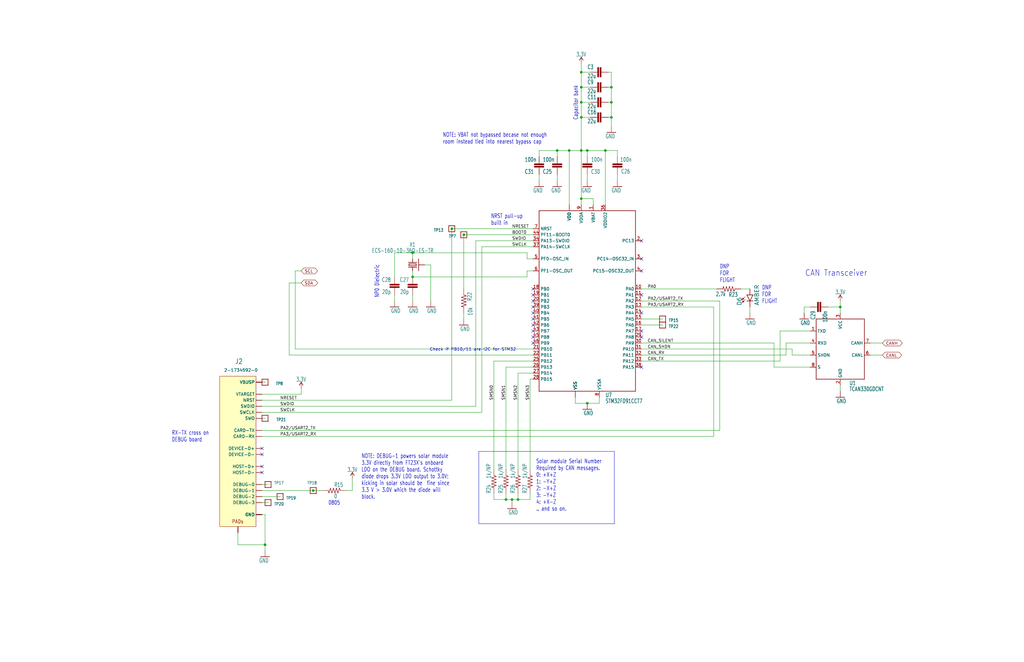
<source format=kicad_sch>
(kicad_sch (version 20250114) (generator "eeschema") (generator_version "9.0")
  (paper "USLedger")
  (title_block (title "OreSat Solar Module (for Frame 2.0)") (date "2023-12-20") (rev "6.0"))
  (lib_symbols
    (symbol "1u_panel-eagle-import:3.3V" (power)
      (property "Value" "3.3V" (at 0 2.794 0))
      (symbol "3.3V_1_0"
        (polyline (pts (xy 0 2.54) (xy -0.762 1.27)) (stroke (width 0.254)))
        (polyline (pts (xy 0.762 1.27) (xy 0 2.54)) (stroke (width 0.254)))
        (pin power_in line (at 0 0 90) (length 2.54) (name "3.3V") (number "1"))
      )
    )
    (symbol "1u_panel-eagle-import:CRYSTAL-WITH-GND"
      (property "Reference" "X" (at 5.08 -2.54 0))
      (symbol "CRYSTAL-WITH-GND_1_0"
        (polyline (pts (xy -2.54 0) (xy -1.016 0)) (stroke (width 0.254)))
        (polyline (pts (xy -2.54 -2.54) (xy 2.54 -2.54)) (stroke (width 0.254)))
        (polyline (pts (xy -1.016 1.778) (xy -1.016 0)) (stroke (width 0.254)))
        (polyline (pts (xy -1.016 0) (xy -1.016 -1.778)) (stroke (width 0.254)))
        (polyline (pts (xy -0.381 1.524) (xy -0.381 -1.524)) (stroke (width 0.254)))
        (polyline (pts (xy -0.381 -1.524) (xy 0.381 -1.524)) (stroke (width 0.254)))
        (polyline (pts (xy 0.381 1.524) (xy -0.381 1.524)) (stroke (width 0.254)))
        (polyline (pts (xy 0.381 -1.524) (xy 0.381 1.524)) (stroke (width 0.254)))
        (polyline (pts (xy 1.016 1.778) (xy 1.016 0)) (stroke (width 0.254)))
        (polyline (pts (xy 1.016 0) (xy 1.016 -1.778)) (stroke (width 0.254)))
        (polyline (pts (xy 2.54 0) (xy 1.016 0)) (stroke (width 0.254)))
        (pin passive line (at -2.54 0 0) (length 0) (name "1") (number "1"))
        (pin power_in line (at 0 -5.08 90) (length 2.54) (name "SHIELD") (number "2"))
        (pin power_in line (at 0 -5.08 90) (length 2.54) (name "SHIELD") (number "4"))
        (pin passive line (at 2.54 0 180) (length 0) (name "2") (number "3"))
      )
    )
    (symbol "1u_panel-eagle-import:GND" (power)
      (property "Value" "GND" (at -2.54 -2.54 0))
      (symbol "GND_1_0"
        (polyline (pts (xy -1.905 0) (xy 1.905 0)) (stroke (width 0.254)))
        (pin power_in line (at 0 2.54 270) (length 2.54) (name "GND") (number "1"))
      )
    )
    (symbol "1u_panel-eagle-import:LED-GREEN0603"
      (property "Reference" "D" (at -3.429 -4.572 90))
      (symbol "LED-GREEN0603_1_0"
        (polyline (pts (xy -3.429 -2.159) (xy -3.048 -1.27) (xy -2.54 -1.778)) (stroke (width 0.1524)) (fill (type outline)))
        (polyline (pts (xy -3.302 -3.302) (xy -2.921 -2.413) (xy -2.413 -2.921)) (stroke (width 0.1524)) (fill (type outline)))
        (polyline (pts (xy -2.032 -0.762) (xy -3.429 -2.159)) (stroke (width 0.1524)))
        (polyline (pts (xy -1.905 -1.905) (xy -3.302 -3.302)) (stroke (width 0.1524)))
        (polyline (pts (xy 0 -2.54) (xy -1.27 0)) (stroke (width 0.254)))
        (polyline (pts (xy 0 -2.54) (xy -1.27 -2.54)) (stroke (width 0.254)))
        (polyline (pts (xy 1.27 0) (xy -1.27 0)) (stroke (width 0.254)))
        (polyline (pts (xy 1.27 0) (xy 0 -2.54)) (stroke (width 0.254)))
        (polyline (pts (xy 1.27 -2.54) (xy 0 -2.54)) (stroke (width 0.254)))
        (pin passive line (at 0 2.54 270) (length 2.54) (name "A") (number "A"))
        (pin passive line (at 0 -5.08 90) (length 2.54) (name "C") (number "C"))
      )
    )
    (symbol "1u_panel-eagle-import:R-US_0603-C-NOSILK"
      (property "Reference" "R" (at -3.81 1.4986 0))
      (symbol "R-US_0603-C-NOSILK_1_0"
        (polyline (pts (xy -2.54 0) (xy -2.159 1.016)) (stroke (width 0.2032)))
        (polyline (pts (xy -2.159 1.016) (xy -1.524 -1.016)) (stroke (width 0.2032)))
        (polyline (pts (xy -1.524 -1.016) (xy -0.889 1.016)) (stroke (width 0.2032)))
        (polyline (pts (xy -0.889 1.016) (xy -0.254 -1.016)) (stroke (width 0.2032)))
        (polyline (pts (xy -0.254 -1.016) (xy 0.381 1.016)) (stroke (width 0.2032)))
        (polyline (pts (xy 0.381 1.016) (xy 1.016 -1.016)) (stroke (width 0.2032)))
        (polyline (pts (xy 1.016 -1.016) (xy 1.651 1.016)) (stroke (width 0.2032)))
        (polyline (pts (xy 1.651 1.016) (xy 2.286 -1.016)) (stroke (width 0.2032)))
        (polyline (pts (xy 2.286 -1.016) (xy 2.54 0)) (stroke (width 0.2032)))
        (pin passive line (at -5.08 0 0) (length 2.54) (name "1") (number "1"))
        (pin passive line (at 5.08 0 180) (length 2.54) (name "2") (number "2"))
      )
    )
    (symbol "1u_panel-eagle-import:R-US_0805-C-NOSILK"
      (property "Reference" "R" (at -3.81 1.4986 0))
      (symbol "R-US_0805-C-NOSILK_1_0"
        (polyline (pts (xy -2.54 0) (xy -2.159 1.016)) (stroke (width 0.2032)))
        (polyline (pts (xy -2.159 1.016) (xy -1.524 -1.016)) (stroke (width 0.2032)))
        (polyline (pts (xy -1.524 -1.016) (xy -0.889 1.016)) (stroke (width 0.2032)))
        (polyline (pts (xy -0.889 1.016) (xy -0.254 -1.016)) (stroke (width 0.2032)))
        (polyline (pts (xy -0.254 -1.016) (xy 0.381 1.016)) (stroke (width 0.2032)))
        (polyline (pts (xy 0.381 1.016) (xy 1.016 -1.016)) (stroke (width 0.2032)))
        (polyline (pts (xy 1.016 -1.016) (xy 1.651 1.016)) (stroke (width 0.2032)))
        (polyline (pts (xy 1.651 1.016) (xy 2.286 -1.016)) (stroke (width 0.2032)))
        (polyline (pts (xy 2.286 -1.016) (xy 2.54 0)) (stroke (width 0.2032)))
        (pin passive line (at -5.08 0 0) (length 2.54) (name "1") (number "1"))
        (pin passive line (at 5.08 0 180) (length 2.54) (name "2") (number "2"))
      )
    )
    (symbol "1u_panel-eagle-import:STM32F091C"
      (symbol "STM32F091C_1_0"
        (polyline (pts (xy -20.32 38.1) (xy 20.32 38.1)) (stroke (width 0.254)))
        (polyline (pts (xy -20.32 -38.1) (xy -20.32 38.1)) (stroke (width 0.254)))
        (polyline (pts (xy 20.32 38.1) (xy 20.32 -38.1)) (stroke (width 0.254)))
        (polyline (pts (xy 20.32 -38.1) (xy -20.32 -38.1)) (stroke (width 0.254)))
        (pin bidirectional line (at -22.86 25.4 0) (length 2.54) (name "PC13") (number "2"))
        (pin bidirectional line (at -22.86 17.78 0) (length 2.54) (name "PC14-OSC32_IN") (number "3"))
        (pin bidirectional line (at -22.86 12.7 0) (length 2.54) (name "PC15-OSC32_OUT") (number "4"))
        (pin bidirectional line (at -22.86 5.08 0) (length 2.54) (name "PA0") (number "10"))
        (pin bidirectional line (at -22.86 2.54 0) (length 2.54) (name "PA1") (number "11"))
        (pin bidirectional line (at -22.86 0 0) (length 2.54) (name "PA2") (number "12"))
        (pin bidirectional line (at -22.86 -2.54 0) (length 2.54) (name "PA3") (number "13"))
        (pin bidirectional line (at -22.86 -5.08 0) (length 2.54) (name "PA4") (number "14"))
        (pin bidirectional line (at -22.86 -7.62 0) (length 2.54) (name "PA5") (number "15"))
        (pin bidirectional line (at -22.86 -10.16 0) (length 2.54) (name "PA6") (number "16"))
        (pin bidirectional line (at -22.86 -12.7 0) (length 2.54) (name "PA7") (number "17"))
        (pin bidirectional line (at -22.86 -15.24 0) (length 2.54) (name "PA8") (number "29"))
        (pin bidirectional line (at -22.86 -17.78 0) (length 2.54) (name "PA9") (number "30"))
        (pin bidirectional line (at -22.86 -20.32 0) (length 2.54) (name "PA10") (number "31"))
        (pin bidirectional line (at -22.86 -22.86 0) (length 2.54) (name "PA11") (number "32"))
        (pin bidirectional line (at -22.86 -25.4 0) (length 2.54) (name "PA12") (number "33"))
        (pin bidirectional line (at -22.86 -27.94 0) (length 2.54) (name "PA15") (number "38"))
        (pin power_in line (at -7.62 40.64 270) (length 2.54) (name "VDDIO2") (number "36"))
        (pin power_in line (at -5.08 -40.64 90) (length 2.54) (name "VSSA") (number "8"))
        (pin power_in line (at -2.54 40.64 270) (length 2.54) (name "VBAT") (number "1"))
        (pin power_in line (at 2.54 40.64 270) (length 2.54) (name "VDDA") (number "9"))
        (pin power_in line (at 5.08 -40.64 90) (length 2.54) (name "VSS") (number "23"))
        (pin power_in line (at 5.08 -40.64 90) (length 2.54) (name "VSS") (number "35"))
        (pin power_in line (at 5.08 -40.64 90) (length 2.54) (name "VSS") (number "47"))
        (pin power_in line (at 7.62 40.64 270) (length 2.54) (name "VDD") (number "24"))
        (pin power_in line (at 7.62 40.64 270) (length 2.54) (name "VDD") (number "48"))
        (pin bidirectional line (at 22.86 30.48 180) (length 2.54) (name "NRST") (number "7"))
        (pin bidirectional line (at 22.86 27.94 180) (length 2.54) (name "PF11-BOOT0") (number "44"))
        (pin bidirectional line (at 22.86 25.4 180) (length 2.54) (name "PA13-SWDIO") (number "34"))
        (pin bidirectional line (at 22.86 22.86 180) (length 2.54) (name "PA14-SWCLK") (number "37"))
        (pin bidirectional line (at 22.86 17.78 180) (length 2.54) (name "PF0-OSC_IN") (number "5"))
        (pin bidirectional line (at 22.86 12.7 180) (length 2.54) (name "PF1-OSC_OUT") (number "6"))
        (pin bidirectional line (at 22.86 5.08 180) (length 2.54) (name "PB0") (number "18"))
        (pin bidirectional line (at 22.86 2.54 180) (length 2.54) (name "PB1") (number "19"))
        (pin bidirectional line (at 22.86 0 180) (length 2.54) (name "PB2") (number "20"))
        (pin bidirectional line (at 22.86 -2.54 180) (length 2.54) (name "PB3") (number "39"))
        (pin bidirectional line (at 22.86 -5.08 180) (length 2.54) (name "PB4") (number "40"))
        (pin bidirectional line (at 22.86 -7.62 180) (length 2.54) (name "PB5") (number "41"))
        (pin bidirectional line (at 22.86 -10.16 180) (length 2.54) (name "PB6") (number "42"))
        (pin bidirectional line (at 22.86 -12.7 180) (length 2.54) (name "PB7") (number "43"))
        (pin bidirectional line (at 22.86 -15.24 180) (length 2.54) (name "PB8") (number "45"))
        (pin bidirectional line (at 22.86 -17.78 180) (length 2.54) (name "PB9") (number "46"))
        (pin bidirectional line (at 22.86 -20.32 180) (length 2.54) (name "PB10") (number "21"))
        (pin bidirectional line (at 22.86 -22.86 180) (length 2.54) (name "PB11") (number "22"))
        (pin bidirectional line (at 22.86 -25.4 180) (length 2.54) (name "PB12") (number "25"))
        (pin bidirectional line (at 22.86 -27.94 180) (length 2.54) (name "PB13") (number "26"))
        (pin bidirectional line (at 22.86 -30.48 180) (length 2.54) (name "PB14") (number "27"))
        (pin bidirectional line (at 22.86 -33.02 180) (length 2.54) (name "PB15") (number "28"))
      )
    )
    (symbol "1u_panel-eagle-import:TCAN330"
      (property "Reference" "U" (at 7.62 -17.78 0))
      (symbol "TCAN330_1_0"
        (polyline (pts (xy -10.16 12.7) (xy -10.16 -12.7)) (stroke (width 0.254)))
        (polyline (pts (xy -10.16 -12.7) (xy 10.16 -12.7)) (stroke (width 0.254)))
        (polyline (pts (xy 10.16 12.7) (xy -10.16 12.7)) (stroke (width 0.254)))
        (polyline (pts (xy 10.16 -12.7) (xy 10.16 12.7)) (stroke (width 0.254)))
        (pin input line (at -12.7 7.62 0) (length 2.54) (name "TXD") (number "1"))
        (pin output line (at -12.7 2.54 0) (length 2.54) (name "RXD") (number "4"))
        (pin input line (at -12.7 -2.54 0) (length 2.54) (name "SHDN") (number "5"))
        (pin input line (at -12.7 -7.62 0) (length 2.54) (name "S") (number "8"))
        (pin power_in line (at 0 15.24 270) (length 2.54) (name "VCC") (number "3"))
        (pin power_in line (at 0 -15.24 90) (length 2.54) (name "GND") (number "2"))
        (pin bidirectional line (at 12.7 2.54 180) (length 2.54) (name "CANH") (number "7"))
        (pin bidirectional line (at 12.7 -2.54 180) (length 2.54) (name "CANL") (number "6"))
      )
    )
    (symbol "1u_panel-eagle-import:TEST-POINT-LARGE-SQUARE"
      (property "Reference" "TP" (at -2.54 2.54 0))
      (symbol "TEST-POINT-LARGE-SQUARE_1_0"
        (polyline (pts (xy -1.27 1.27) (xy 1.27 1.27)) (stroke (width 0.254)))
        (polyline (pts (xy -1.27 -1.27) (xy -1.27 1.27)) (stroke (width 0.254)))
        (polyline (pts (xy 1.27 1.27) (xy 1.27 -1.27)) (stroke (width 0.254)))
        (polyline (pts (xy 1.27 -1.27) (xy -1.27 -1.27)) (stroke (width 0.254)))
        (pin passive line (at 0 0 0) (length 0) (name "1") (number "1"))
      )
    )
    (symbol "1u_panel-eagle-import:oresat-rcl_C-EU0603-C-NOSILK"
      (property "Reference" "C" (at 1.524 0.381 0))
      (symbol "oresat-rcl_C-EU0603-C-NOSILK_1_0"
        (rectangle (start -2.032 -1.016) (end 2.032 -0.508) (fill (type outline)))
        (rectangle (start -2.032 -2.032) (end 2.032 -1.524) (fill (type outline)))
        (polyline (pts (xy 0 0) (xy 0 -0.508)) (stroke (width 0.1524)))
        (polyline (pts (xy 0 -2.54) (xy 0 -2.032)) (stroke (width 0.1524)))
        (pin passive line (at 0 2.54 270) (length 2.54) (name "1") (number "1"))
        (pin passive line (at 0 -5.08 90) (length 2.54) (name "2") (number "2"))
      )
    )
    (symbol "1u_panel-eagle-import:oresat-rcl_C-EU0805-B-NOSILK"
      (property "Reference" "C" (at 1.524 0.381 0))
      (symbol "oresat-rcl_C-EU0805-B-NOSILK_1_0"
        (rectangle (start -2.032 -1.016) (end 2.032 -0.508) (fill (type outline)))
        (rectangle (start -2.032 -2.032) (end 2.032 -1.524) (fill (type outline)))
        (polyline (pts (xy 0 0) (xy 0 -0.508)) (stroke (width 0.1524)))
        (polyline (pts (xy 0 -2.54) (xy 0 -2.032)) (stroke (width 0.1524)))
        (pin passive line (at 0 2.54 270) (length 2.54) (name "1") (number "1"))
        (pin passive line (at 0 -5.08 90) (length 2.54) (name "2") (number "2"))
      )
    )
    (symbol "oresat-connectors:J-TE-2-1734592-0"
      (property "Reference" "J" (at 0 35.56 0))
      (property "Value" "2-1734592-0" (at 0 33.02 0))
      (symbol "J-TE-2-1734592-0_0_1"
        (rectangle (start -7.62 30.48) (end 7.62 -33.02) (fill (type background)))
      )
      (symbol "J-TE-2-1734592-0_1_0"
        (text "PADs" (at -2.54 -31.75 0) (effects (font (size 1.524 1.2954)) (justify left bottom)))
        (pin passive line (at 0 -35.56 90) (length 2.54) (name "PAD") (number "PAD1"))
        (pin passive line (at 0 -35.56 90) (length 2.54) (name "PAD") (number "PAD2"))
        (pin passive line (at 10.16 27.94 180) (length 2.54) (name "VBUSP") (number "1"))
        (pin passive line (at 10.16 27.94 180) (length 2.54) (name "VBUSP") (number "2"))
        (pin passive line (at 10.16 22.86 180) (length 2.54) (name "VTARGET") (number "11"))
        (pin passive line (at 10.16 20.32 180) (length 2.54) (name "NRST") (number "10"))
        (pin passive line (at 10.16 17.78 180) (length 2.54) (name "SWDIO") (number "14"))
        (pin passive line (at 10.16 15.24 180) (length 2.54) (name "SWCLK") (number "15"))
        (pin passive line (at 10.16 12.7 180) (length 2.54) (name "SWO") (number "16"))
        (pin passive line (at 10.16 7.62 180) (length 2.54) (name "CARD-TX") (number "13"))
        (pin passive line (at 10.16 5.08 180) (length 2.54) (name "CARD-RX") (number "12"))
        (pin passive line (at 10.16 0 180) (length 2.54) (name "DEVICE-D+") (number "4"))
        (pin passive line (at 10.16 -2.54 180) (length 2.54) (name "DEVICE-D-") (number "5"))
        (pin passive line (at 10.16 -7.62 180) (length 2.54) (name "HOST-D+") (number "7"))
        (pin passive line (at 10.16 -10.16 180) (length 2.54) (name "HOST-D-") (number "8"))
        (pin passive line (at 10.16 -15.24 180) (length 2.54) (name "DEBUG-0") (number "17"))
        (pin passive line (at 10.16 -17.78 180) (length 2.54) (name "DEBUG-1") (number "18"))
        (pin passive line (at 10.16 -20.32 180) (length 2.54) (name "DEBUG-2") (number "19"))
        (pin passive line (at 10.16 -22.86 180) (length 2.54) (name "DEBUG-3") (number "20"))
        (pin passive line (at 10.16 -27.94 180) (length 2.54) (name "GND") (number "3"))
        (pin passive line (at 10.16 -27.94 180) (length 2.54) (name "GND") (number "6"))
        (pin passive line (at 10.16 -27.94 180) (length 2.54) (name "GND") (number "9"))
      )
    )
  )
  (text "Capacitor bank" (at 243.84 50.8 90) (effects (font (size 1.778 1.27)) (justify left bottom)))
  (text "NOTE: VBAT not bypassed becase not enough\nroom instead tied into nearest bypass cap" (at 186.69 60.96 0) (effects (font (size 1.778 1.27)) (justify left bottom)))
  (text "DNP\nFOR\nFLIGHT" (at 321.31 128.27 0) (effects (font (size 1.778 1.27)) (justify left bottom)))
  (text "NRST pull-up\nbuilt in" (at 207.01 95.25 0) (effects (font (size 1.778 1.27)) (justify left bottom)))
  (text "DNP\nFOR\nFLIGHT" (at 303.53 119.38 0) (effects (font (size 1.778 1.27)) (justify left bottom)))
  (text "CAN Transceiver" (at 365.76 116.84 0) (effects (font (size 2.54 2.159)) (justify right bottom)))
  (text "NP0 Dielectric" (at 160.02 125.73 90) (effects (font (size 1.778 1.27)) (justify left bottom)))
  (text "NOTE: DEBUG-1 powers solar module\n3.3V directly from FT23X's onboard\nLDO on the DEBUG board. Schottky\ndiode drops 3.3V LDO output to 3.0V;\nkicking in solar should be  fine since\n3.3 V > 3.0V which the diode will\nblock." (at 152.4 210.82 0) (effects (font (size 1.778 1.27)) (justify left bottom)))
  (text "Check if PB10/11 are I2C for STM32" (at 199.39 147.574 0) (effects (font (size 1.27 1.27))))
  (text "Solar module Serial Number\nRequired by CAN messages.\n0: +X+Z\n1: -Y+Z\n2: -X+Z\n3: -Y+Z\n4: +X-Z\n.. and so on." (at 226.06 215.9 0) (effects (font (size 1.778 1.27)) (justify left bottom)))
  (text "RX-TX cross on\nDEBUG board" (at 72.39 186.69 0) (effects (font (size 1.778 1.27)) (justify left bottom)))
  (text "0805" (at 138.43 213.36 0) (effects (font (size 1.778 1.27)) (justify left bottom)))
  (junction (at 257.81 43.18))
  (junction (at 257.81 49.53))
  (junction (at 354.33 129.54))
  (junction (at 245.11 83.82))
  (junction (at 245.11 49.53))
  (junction (at 213.36 210.82))
  (junction (at 195.58 99.06))
  (junction (at 215.9 210.82))
  (junction (at 245.11 36.83))
  (junction (at 245.11 63.5))
  (junction (at 190.5 96.52))
  (junction (at 111.76 229.87))
  (junction (at 245.11 43.18))
  (junction (at 255.27 63.5))
  (junction (at 132.08 207.01))
  (junction (at 247.65 170.18))
  (junction (at 173.99 106.68))
  (junction (at 173.99 116.84))
  (junction (at 247.65 63.5))
  (junction (at 234.95 63.5))
  (junction (at 240.03 63.5))
  (junction (at 218.44 210.82))
  (junction (at 245.11 30.48))
  (junction (at 257.81 36.83))
  (no_connect (at 110.49 199.39))
  (no_connect (at 270.51 139.7))
  (no_connect (at 224.79 142.24))
  (no_connect (at 224.79 127))
  (no_connect (at 270.51 142.24))
  (no_connect (at 110.49 189.23))
  (no_connect (at 224.79 132.08))
  (no_connect (at 224.79 129.54))
  (no_connect (at 270.51 109.22))
  (no_connect (at 110.49 191.77))
  (no_connect (at 224.79 137.16))
  (no_connect (at 270.51 124.46))
  (no_connect (at 270.51 132.08))
  (no_connect (at 224.79 139.7))
  (no_connect (at 270.51 114.3))
  (no_connect (at 224.79 134.62))
  (no_connect (at 270.51 154.94))
  (no_connect (at 224.79 121.92))
  (no_connect (at 110.49 196.85))
  (no_connect (at 224.79 124.46))
  (no_connect (at 270.51 101.6))
  (no_connect (at 224.79 144.78))
  (wire (pts (xy 208.28 210.82) (xy 208.28 208.28)) (stroke (width 0.1524)))
  (wire (pts (xy 256.54 49.53) (xy 257.81 49.53)) (stroke (width 0.1524)))
  (wire (pts (xy 354.33 129.54) (xy 349.25 129.54)) (stroke (width 0.1524)))
  (wire (pts (xy 166.37 116.84) (xy 166.37 106.68)) (stroke (width 0.1524)))
  (wire (pts (xy 190.5 168.91) (xy 110.49 168.91)) (stroke (width 0.1524)))
  (wire (pts (xy 270.51 144.78) (xy 326.39 144.78)) (stroke (width 0.1524)))
  (wire (pts (xy 245.11 26.67) (xy 245.11 30.48)) (stroke (width 0.1524)))
  (wire (pts (xy 250.19 86.36) (xy 250.19 83.82)) (stroke (width 0.1524)))
  (wire (pts (xy 341.63 139.7) (xy 328.93 139.7)) (stroke (width 0.1524)))
  (wire (pts (xy 367.03 149.86) (xy 372.11 149.86)) (stroke (width 0.1524)))
  (wire (pts (xy 224.79 157.48) (xy 218.44 157.48)) (stroke (width 0.1524)))
  (wire (pts (xy 247.65 63.5) (xy 245.11 63.5)) (stroke (width 0.1524)))
  (wire (pts (xy 247.65 170.18) (xy 252.73 170.18)) (stroke (width 0.1524)))
  (wire (pts (xy 146.05 207.01) (xy 148.59 207.01)) (stroke (width 0.1524)))
  (wire (pts (xy 331.47 144.78) (xy 331.47 149.86)) (stroke (width 0.1524)))
  (wire (pts (xy 341.63 144.78) (xy 331.47 144.78)) (stroke (width 0.1524)))
  (wire (pts (xy 224.79 109.22) (xy 222.25 109.22)) (stroke (width 0.1524)))
  (wire (pts (xy 124.46 114.3) (xy 127 114.3)))
  (wire (pts (xy 255.27 63.5) (xy 255.27 86.36)) (stroke (width 0.1524)))
  (wire (pts (xy 223.52 208.28) (xy 223.52 210.82)) (stroke (width 0.1524)))
  (wire (pts (xy 227.33 73.66) (xy 227.33 76.2)) (stroke (width 0.1524)))
  (wire (pts (xy 312.42 121.92) (xy 316.23 121.92)) (stroke (width 0.1524)))
  (wire (pts (xy 110.49 166.37) (xy 127 166.37)) (stroke (width 0.1524)))
  (wire (pts (xy 111.76 229.87) (xy 111.76 232.41)) (stroke (width 0.1524)))
  (wire (pts (xy 354.33 132.08) (xy 354.33 129.54)) (stroke (width 0.1524)))
  (wire (pts (xy 100.33 229.87) (xy 111.76 229.87)) (stroke (width 0.1524)))
  (wire (pts (xy 257.81 53.34) (xy 257.81 49.53)) (stroke (width 0.1524)))
  (wire (pts (xy 224.79 114.3) (xy 222.25 114.3)) (stroke (width 0.1524)))
  (wire (pts (xy 110.49 204.47) (xy 113.03 204.47)) (stroke (width 0.1524)))
  (wire (pts (xy 227.33 63.5) (xy 234.95 63.5)) (stroke (width 0.1524)))
  (wire (pts (xy 121.92 119.38) (xy 127 119.38)))
  (wire (pts (xy 248.92 36.83) (xy 245.11 36.83)) (stroke (width 0.1524)))
  (wire (pts (xy 252.73 170.18) (xy 252.73 167.64)) (stroke (width 0.1524)))
  (wire (pts (xy 113.03 212.09) (xy 110.49 212.09)) (stroke (width 0.1524)))
  (wire (pts (xy 100.33 224.79) (xy 100.33 229.87)) (stroke (width 0.1524)))
  (wire (pts (xy 218.44 208.28) (xy 218.44 210.82)) (stroke (width 0.1524)))
  (wire (pts (xy 181.61 111.76) (xy 179.07 111.76)) (stroke (width 0.1524)))
  (wire (pts (xy 247.65 73.66) (xy 247.65 76.2)) (stroke (width 0.1524)))
  (wire (pts (xy 110.49 217.17) (xy 111.76 217.17)) (stroke (width 0.1524)))
  (wire (pts (xy 222.25 116.84) (xy 173.99 116.84)) (stroke (width 0.1524)))
  (wire (pts (xy 339.09 129.54) (xy 339.09 132.08)) (stroke (width 0.1524)))
  (wire (pts (xy 213.36 210.82) (xy 215.9 210.82)) (stroke (width 0.1524)))
  (wire (pts (xy 166.37 106.68) (xy 173.99 106.68)) (stroke (width 0.1524)))
  (wire (pts (xy 200.66 101.6) (xy 224.79 101.6)) (stroke (width 0.1524)))
  (wire (pts (xy 341.63 129.54) (xy 339.09 129.54)) (stroke (width 0.1524)))
  (wire (pts (xy 190.5 96.52) (xy 190.5 168.91)) (stroke (width 0.1524)))
  (wire (pts (xy 213.36 208.28) (xy 213.36 210.82)) (stroke (width 0.1524)))
  (wire (pts (xy 255.27 63.5) (xy 260.35 63.5)) (stroke (width 0.1524)))
  (wire (pts (xy 173.99 127) (xy 173.99 124.46)) (stroke (width 0.1524)))
  (wire (pts (xy 257.81 30.48) (xy 256.54 30.48)) (stroke (width 0.1524)))
  (wire (pts (xy 227.33 66.04) (xy 227.33 63.5)) (stroke (width 0.1524)))
  (wire (pts (xy 224.79 149.86) (xy 121.92 149.86)))
  (wire (pts (xy 316.23 129.54) (xy 316.23 132.08)) (stroke (width 0.1524)))
  (wire (pts (xy 203.2 173.99) (xy 110.49 173.99)) (stroke (width 0.1524)))
  (wire (pts (xy 354.33 165.1) (xy 354.33 162.56)) (stroke (width 0.1524)))
  (wire (pts (xy 213.36 154.94) (xy 213.36 198.12)) (stroke (width 0.1524)))
  (wire (pts (xy 354.33 129.54) (xy 354.33 127)) (stroke (width 0.1524)))
  (wire (pts (xy 331.47 149.86) (xy 270.51 149.86)) (stroke (width 0.1524)))
  (wire (pts (xy 257.81 36.83) (xy 257.81 30.48)) (stroke (width 0.1524)))
  (wire (pts (xy 341.63 149.86) (xy 334.01 149.86)) (stroke (width 0.1524)))
  (wire (pts (xy 303.53 181.61) (xy 110.49 181.61)) (stroke (width 0.1524)))
  (wire (pts (xy 270.51 134.62) (xy 279.4 134.62)) (stroke (width 0.1524)))
  (wire (pts (xy 208.28 152.4) (xy 224.79 152.4)) (stroke (width 0.1524)))
  (wire (pts (xy 203.2 173.99) (xy 203.2 104.14)) (stroke (width 0.1524)))
  (wire (pts (xy 203.2 104.14) (xy 224.79 104.14)) (stroke (width 0.1524)))
  (wire (pts (xy 247.65 170.18) (xy 242.57 170.18)) (stroke (width 0.1524)))
  (wire (pts (xy 334.01 149.86) (xy 334.01 147.32)) (stroke (width 0.1524)))
  (wire (pts (xy 326.39 144.78) (xy 326.39 154.94)) (stroke (width 0.1524)))
  (wire (pts (xy 270.51 137.16) (xy 279.4 137.16)) (stroke (width 0.1524)))
  (wire (pts (xy 121.92 149.86) (xy 121.92 119.38)))
  (wire (pts (xy 240.03 86.36) (xy 240.03 63.5)) (stroke (width 0.1524)))
  (wire (pts (xy 328.93 139.7) (xy 328.93 152.4)) (stroke (width 0.1524)))
  (wire (pts (xy 215.9 210.82) (xy 215.9 212.09)) (stroke (width 0.1524)))
  (wire (pts (xy 260.35 76.2) (xy 260.35 73.66)) (stroke (width 0.1524)))
  (wire (pts (xy 111.76 217.17) (xy 111.76 229.87)) (stroke (width 0.1524)))
  (wire (pts (xy 270.51 129.54) (xy 300.99 129.54)) (stroke (width 0.1524)))
  (wire (pts (xy 248.92 49.53) (xy 245.11 49.53)) (stroke (width 0.1524)))
  (wire (pts (xy 195.58 99.06) (xy 195.58 121.92)) (stroke (width 0.1524)))
  (wire (pts (xy 270.51 121.92) (xy 302.26 121.92)) (stroke (width 0.1524)))
  (polyline (pts (xy 201.93 220.98) (xy 259.08 220.98)) (stroke (width 0.1524) (type solid)))
  (wire (pts (xy 242.57 170.18) (xy 242.57 167.64)) (stroke (width 0.1524)))
  (wire (pts (xy 224.79 147.32) (xy 124.46 147.32)))
  (wire (pts (xy 270.51 127) (xy 303.53 127)) (stroke (width 0.1524)))
  (wire (pts (xy 223.52 198.12) (xy 223.52 160.02)) (stroke (width 0.1524)))
  (wire (pts (xy 224.79 99.06) (xy 195.58 99.06)) (stroke (width 0.1524)))
  (wire (pts (xy 181.61 127) (xy 181.61 111.76)) (stroke (width 0.1524)))
  (wire (pts (xy 173.99 116.84) (xy 173.99 114.3)) (stroke (width 0.1524)))
  (wire (pts (xy 326.39 154.94) (xy 341.63 154.94)) (stroke (width 0.1524)))
  (wire (pts (xy 300.99 129.54) (xy 300.99 184.15)) (stroke (width 0.1524)))
  (wire (pts (xy 234.95 66.04) (xy 234.95 63.5)) (stroke (width 0.1524)))
  (wire (pts (xy 245.11 43.18) (xy 245.11 36.83)) (stroke (width 0.1524)))
  (wire (pts (xy 260.35 63.5) (xy 260.35 66.04)) (stroke (width 0.1524)))
  (wire (pts (xy 245.11 49.53) (xy 245.11 43.18)) (stroke (width 0.1524)))
  (wire (pts (xy 255.27 63.5) (xy 247.65 63.5)) (stroke (width 0.1524)))
  (wire (pts (xy 195.58 132.08) (xy 195.58 134.62)) (stroke (width 0.1524)))
  (wire (pts (xy 224.79 154.94) (xy 213.36 154.94)) (stroke (width 0.1524)))
  (wire (pts (xy 240.03 63.5) (xy 245.11 63.5)) (stroke (width 0.1524)))
  (wire (pts (xy 111.76 176.53) (xy 110.49 176.53)) (stroke (width 0.1524)))
  (wire (pts (xy 245.11 83.82) (xy 245.11 63.5)) (stroke (width 0.1524)))
  (wire (pts (xy 300.99 184.15) (xy 110.49 184.15)) (stroke (width 0.1524)))
  (wire (pts (xy 367.03 144.78) (xy 372.11 144.78)) (stroke (width 0.1524)))
  (wire (pts (xy 213.36 210.82) (xy 208.28 210.82)) (stroke (width 0.1524)))
  (wire (pts (xy 222.25 114.3) (xy 222.25 116.84)) (stroke (width 0.1524)))
  (wire (pts (xy 245.11 49.53) (xy 245.11 63.5)) (stroke (width 0.1524)))
  (wire (pts (xy 222.25 106.68) (xy 173.99 106.68)) (stroke (width 0.1524)))
  (wire (pts (xy 245.11 36.83) (xy 245.11 30.48)) (stroke (width 0.1524)))
  (wire (pts (xy 270.51 152.4) (xy 328.93 152.4)) (stroke (width 0.1524)))
  (wire (pts (xy 124.46 147.32) (xy 124.46 114.3)))
  (wire (pts (xy 234.95 63.5) (xy 240.03 63.5)) (stroke (width 0.1524)))
  (wire (pts (xy 247.65 66.04) (xy 247.65 63.5)) (stroke (width 0.1524)))
  (wire (pts (xy 132.08 207.01) (xy 135.89 207.01)) (stroke (width 0.1524)))
  (wire (pts (xy 248.92 43.18) (xy 245.11 43.18)) (stroke (width 0.1524)))
  (wire (pts (xy 166.37 127) (xy 166.37 124.46)) (stroke (width 0.1524)))
  (wire (pts (xy 110.49 209.55) (xy 118.11 209.55)) (stroke (width 0.1524)))
  (polyline (pts (xy 259.08 190.5) (xy 201.93 190.5)) (stroke (width 0.1524) (type solid)))
  (wire (pts (xy 200.66 171.45) (xy 200.66 101.6)) (stroke (width 0.1524)))
  (wire (pts (xy 245.11 86.36) (xy 245.11 83.82)) (stroke (width 0.1524)))
  (wire (pts (xy 218.44 157.48) (xy 218.44 198.12)) (stroke (width 0.1524)))
  (wire (pts (xy 303.53 127) (xy 303.53 181.61)) (stroke (width 0.1524)))
  (wire (pts (xy 148.59 207.01) (xy 148.59 201.93)) (stroke (width 0.1524)))
  (wire (pts (xy 334.01 147.32) (xy 270.51 147.32)) (stroke (width 0.1524)))
  (polyline (pts (xy 201.93 190.5) (xy 201.93 220.98)) (stroke (width 0.1524) (type solid)))
  (wire (pts (xy 132.08 207.01) (xy 110.49 207.01)) (stroke (width 0.1524)))
  (wire (pts (xy 127 166.37) (xy 127 163.83)) (stroke (width 0.1524)))
  (wire (pts (xy 222.25 109.22) (xy 222.25 106.68)) (stroke (width 0.1524)))
  (wire (pts (xy 223.52 210.82) (xy 218.44 210.82)) (stroke (width 0.1524)))
  (wire (pts (xy 250.19 83.82) (xy 245.11 83.82)) (stroke (width 0.1524)))
  (wire (pts (xy 190.5 96.52) (xy 224.79 96.52)) (stroke (width 0.1524)))
  (wire (pts (xy 208.28 198.12) (xy 208.28 152.4)) (stroke (width 0.1524)))
  (wire (pts (xy 215.9 210.82) (xy 218.44 210.82)) (stroke (width 0.1524)))
  (wire (pts (xy 248.92 30.48) (xy 245.11 30.48)) (stroke (width 0.1524)))
  (wire (pts (xy 257.81 49.53) (xy 257.81 43.18)) (stroke (width 0.1524)))
  (wire (pts (xy 257.81 43.18) (xy 257.81 36.83)) (stroke (width 0.1524)))
  (wire (pts (xy 173.99 106.68) (xy 173.99 109.22)) (stroke (width 0.1524)))
  (wire (pts (xy 256.54 36.83) (xy 257.81 36.83)) (stroke (width 0.1524)))
  (wire (pts (xy 223.52 160.02) (xy 224.79 160.02)) (stroke (width 0.1524)))
  (wire (pts (xy 110.49 161.29) (xy 111.76 161.29)) (stroke (width 0.1524)))
  (polyline (pts (xy 259.08 220.98) (xy 259.08 190.5)) (stroke (width 0.1524) (type solid)))
  (wire (pts (xy 256.54 43.18) (xy 257.81 43.18)) (stroke (width 0.1524)))
  (wire (pts (xy 234.95 76.2) (xy 234.95 73.66)) (stroke (width 0.1524)))
  (wire (pts (xy 110.49 171.45) (xy 200.66 171.45)) (stroke (width 0.1524)))
  (label "SMSN1" (at 213.36 168.91 90) (effects (font (size 1.2446 1.2446))))
  (label "CAN_TX" (at 273.05 152.4 0) (effects (font (size 1.2446 1.2446))))
  (label "SWCLK" (at 215.9 104.14 0) (effects (font (size 1.2446 1.2446))))
  (label "SWDIO" (at 118.11 171.45 0) (effects (font (size 1.2446 1.2446))))
  (label "NRESET" (at 118.11 168.91 0) (effects (font (size 1.2446 1.2446))))
  (label "SMSN0" (at 208.28 168.91 90) (effects (font (size 1.2446 1.2446))))
  (label "SMSN2" (at 218.44 168.91 90) (effects (font (size 1.2446 1.2446))))
  (label "BOOT0" (at 215.9 99.06 0) (effects (font (size 1.2446 1.2446))))
  (label "PA2/USART2_TX" (at 273.05 127 0) (effects (font (size 1.2446 1.2446))))
  (label "CAN_SILENT" (at 273.05 144.78 0) (effects (font (size 1.2446 1.2446))))
  (label "NRESET" (at 215.9 96.52 0) (effects (font (size 1.2446 1.2446))))
  (label "PA3/USART2_RX" (at 118.11 184.15 0) (effects (font (size 1.2446 1.2446))))
  (label "CAN_RX" (at 273.05 149.86 0) (effects (font (size 1.2446 1.2446))))
  (label "PA0" (at 273.05 121.92 0) (effects (font (size 1.2446 1.2446))))
  (label "SWDIO" (at 215.9 101.6 0) (effects (font (size 1.2446 1.2446))))
  (label "CAN_SHDN" (at 273.05 147.32 0) (effects (font (size 1.2446 1.2446))))
  (label "SMSN3" (at 223.52 168.91 90) (effects (font (size 1.2446 1.2446))))
  (label "PA3/USART2_RX" (at 273.05 129.54 0) (effects (font (size 1.2446 1.2446))))
  (label "PA2/USART2_TX" (at 118.11 181.61 0) (effects (font (size 1.2446 1.2446))))
  (label "SWCLK" (at 118.11 173.99 0) (effects (font (size 1.2446 1.2446))))
  (global_label "SCL" (shape bidirectional) (at 127 114.3 0) (effects (font (size 1.2446 1.2446))) (property "Intersheetrefs" "${INTERSHEET_REFS}" (effects (hide yes))))
  (global_label "CANL" (shape bidirectional) (at 372.11 149.86 0) (effects (font (size 1.2446 1.2446))) (property "Intersheetrefs" "${INTERSHEET_REFS}" (effects (hide yes))))
  (global_label "SDA" (shape bidirectional) (at 127 119.38 0) (effects (font (size 1.2446 1.2446))) (property "Intersheetrefs" "${INTERSHEET_REFS}" (effects (hide yes))))
  (global_label "CANH" (shape bidirectional) (at 372.11 144.78 0) (effects (font (size 1.2446 1.2446))) (property "Intersheetrefs" "${INTERSHEET_REFS}" (effects (hide yes))))
  (symbol (lib_id "1u_panel-eagle-import:TEST-POINT-LARGE-SQUARE") (at 279.4 137.16 0) (mirror x) (unit 1)
    (property "Reference" "TP22" (at 281.94 138.43 0) (effects (font (size 1.27 1.0795)) (justify left top)))
    (property "Value" "TEST-POINT-LARGE-SQUARE" (effects (hide yes)))
    (property "Footprint" "1u_panel:1X01" (effects (hide yes)))
  )
  (symbol (lib_id "1u_panel-eagle-import:GND") (at 215.9 214.63 0) (mirror y) (unit 1)
    (property "Reference" "#GND021" (effects (hide yes)))
    (property "Value" "GND" (at 218.44 217.17 0) (effects (font (size 1.778 1.27)) (justify left bottom)))
  )
  (symbol (lib_id "1u_panel-eagle-import:TEST-POINT-LARGE-SQUARE") (at 195.58 99.06 0) (mirror y) (unit 1)
    (property "Reference" "TP7" (at 189.23 100.33 0) (effects (font (size 1.27 1.0795)) (justify right bottom)))
    (property "Value" "TEST-POINT-LARGE-SQUARE" (effects (hide yes)))
    (property "Footprint" "1u_panel:1X01" (effects (hide yes)))
  )
  (symbol (lib_id "1u_panel-eagle-import:TEST-POINT-LARGE-SQUARE") (at 111.76 176.53 180) (unit 1)
    (property "Reference" "TP21" (at 120.65 177.8 0) (effects (font (size 1.27 1.0795)) (justify left top)))
    (property "Value" "TEST-POINT-LARGE-SQUARE" (effects (hide yes)))
    (property "Footprint" "1u_panel:1X01" (effects (hide yes)))
  )
  (symbol (lib_id "1u_panel-eagle-import:GND") (at 195.58 137.16 0) (mirror y) (unit 1)
    (property "Reference" "#GND06" (effects (hide yes)))
    (property "Value" "GND" (at 198.12 139.7 0) (effects (font (size 1.778 1.27)) (justify left bottom)))
  )
  (symbol (lib_id "1u_panel-eagle-import:R-US_0805-C-NOSILK") (at 140.97 207.01 0) (mirror y) (unit 1)
    (property "Reference" "R15" (at 144.78 205.5114 0) (effects (font (size 1.778 1.27)) (justify left bottom)))
    (property "Value" "0" (at 142.24 210.312 0) (effects (font (size 1.778 1.27)) (justify left bottom)))
    (property "Footprint" "1u_panel:.0805-C-NOSILK" (effects (hide yes)))
    (property "DIS" "Digi-Key" (effects (hide yes)))
    (property "DPN" "RMCF0805ZT0R00CT-ND" (effects (hide yes)))
    (property "MFR" "Stackpole" (effects (hide yes)))
    (property "MPN" "RMCF0805ZT0R00" (effects (hide yes)))
  )
  (symbol (lib_id "1u_panel-eagle-import:GND") (at 260.35 78.74 0) (unit 1)
    (property "Reference" "#GND059" (effects (hide yes)))
    (property "Value" "GND" (at 257.81 81.28 0) (effects (font (size 1.778 1.27)) (justify left bottom)))
  )
  (symbol (lib_id "1u_panel-eagle-import:TEST-POINT-LARGE-SQUARE") (at 279.4 134.62 0) (mirror x) (unit 1)
    (property "Reference" "TP15" (at 281.94 135.89 0) (effects (font (size 1.27 1.0795)) (justify left top)))
    (property "Value" "TEST-POINT-LARGE-SQUARE" (effects (hide yes)))
    (property "Footprint" "1u_panel:1X01" (effects (hide yes)))
  )
  (symbol (lib_id "1u_panel-eagle-import:3.3V") (at 354.33 127 0) (mirror y) (unit 1)
    (property "Reference" "#SUPPLY08" (effects (hide yes)))
    (property "Value" "3.3V" (at 354.33 124.206 0) (effects (font (size 1.778 1.27)) (justify bottom)))
  )
  (symbol (lib_id "1u_panel-eagle-import:GND") (at 339.09 134.62 0) (mirror y) (unit 1)
    (property "Reference" "#GND055" (effects (hide yes)))
    (property "Value" "GND" (at 341.63 137.16 0) (effects (font (size 1.778 1.27)) (justify left bottom)))
  )
  (symbol (lib_id "1u_panel-eagle-import:CRYSTAL-WITH-GND") (at 173.99 111.76 90) (mirror x) (unit 1)
    (property "Reference" "X1" (at 175.26 104.14 90) (effects (font (size 1.778 1.27)) (justify left bottom)))
    (property "Value" "ECS-160-10-36Q-ES-TR" (at 182.88 106.68 90) (effects (font (size 1.778 1.27)) (justify left bottom)))
    (property "Footprint" "1u_panel:CRYSTAL_2.5X2" (effects (hide yes)))
    (property "Datasheet" "https://ecsxtal.com/store/pdf/ECX-2236Q.pdf" (effects (hide yes)))
    (property "DIS" "Digi-Key" (effects (hide yes)))
    (property "DPN" "XC2181CT-ND" (effects (hide yes)))
    (property "MFR" "ECS Inc." (effects (hide yes)))
    (property "MPN" "ECS-160-10-36Q-ES-TR" (effects (hide yes)))
  )
  (symbol (lib_id "1u_panel-eagle-import:STM32F091C") (at 247.65 127 0) (mirror y) (unit 1)
    (property "Reference" "U7" (at 255.27 167.64 0) (effects (font (size 1.778 1.27)) (justify right bottom)))
    (property "Value" "STM32F091CCT7" (at 255.27 170.18 0) (effects (font (size 1.778 1.27)) (justify right bottom)))
    (property "Footprint" "1u_panel:STM32F091C" (effects (hide yes)))
    (property "Datasheet" "https://www.st.com/content/ccc/resource/technical/document/datasheet/95/3c/2e/5b/21/09/45/a6/DM00115237.pdf/files/DM00115237.pdf/jcr:content/translations/en.DM00115237.pdf" (effects (hide yes)))
    (property "DIS" "Digi-Key" (effects (hide yes)))
    (property "DPN" "497-18749-1-ND" (effects (hide yes)))
    (property "MFR" "STMicroelectronics" (effects (hide yes)))
    (property "MPN" "STM32F091CCT6TR" (effects (hide yes)))
  )
  (symbol (lib_id "1u_panel-eagle-import:GND") (at 181.61 129.54 0) (mirror y) (unit 1)
    (property "Reference" "#GND052" (effects (hide yes)))
    (property "Value" "GND" (at 184.15 132.08 0) (effects (font (size 1.778 1.27)) (justify left bottom)))
  )
  (symbol (lib_id "1u_panel-eagle-import:3.3V") (at 127 163.83 0) (unit 1)
    (property "Reference" "#SUPPLY011" (effects (hide yes)))
    (property "Value" "3.3V" (at 127 161.036 0) (effects (font (size 1.778 1.27)) (justify bottom)))
  )
  (symbol (lib_id "oresat-connectors:J-TE-2-1734592-0") (at 100.33 189.23 0) (unit 1)
    (property "Reference" "J2" (at 99.06 153.67 0) (effects (font (size 2.0828 1.7703)) (justify left bottom)))
    (property "Value" "2-1734592-0" (at 101.6 156.21 0))
    (property "Footprint" "oresat-connectors:J-TE-2-1734592-0" (effects (hide yes)))
    (property "Datasheet" "https://www.te.com/usa-en/product-2-1734592-0.datasheet.pdf" (effects (hide yes)))
    (property "DIS" "Digi-Key" (effects (hide yes)))
    (property "DPN" "732-11341-1-ND" (effects (hide yes)))
    (property "MFR" "Wurth" (effects (hide yes)))
    (property "MPN" "687120183622  " (effects (hide yes)))
  )
  (symbol (lib_id "1u_panel-eagle-import:oresat-rcl_C-EU0603-C-NOSILK") (at 227.33 71.12 0) (mirror x) (unit 1)
    (property "Reference" "C31" (at 221.234 71.501 0) (effects (font (size 1.778 1.27)) (justify left bottom)))
    (property "Value" "100n" (at 221.234 66.421 0) (effects (font (size 1.778 1.27)) (justify left bottom)))
    (property "Footprint" "1u_panel:.0603-C-NOSILK" (effects (hide yes)))
    (property "DIS" "Digi-Key" (effects (hide yes)))
    (property "DPN" "1276-6985-1-ND" (effects (hide yes)))
    (property "MFR" "Kemet" (effects (hide yes)))
    (property "MPN" "CL10B104KB85PND" (effects (hide yes)))
  )
  (symbol (lib_id "1u_panel-eagle-import:oresat-rcl_C-EU0603-C-NOSILK") (at 166.37 119.38 0) (mirror y) (unit 1)
    (property "Reference" "C28" (at 164.846 118.999 0) (effects (font (size 1.778 1.27)) (justify left bottom)))
    (property "Value" "20p" (at 164.846 124.079 0) (effects (font (size 1.778 1.27)) (justify left bottom)))
    (property "Footprint" "1u_panel:.0603-C-NOSILK" (effects (hide yes)))
    (property "DIS" "Digi-Key" (effects (hide yes)))
    (property "DPN" "490-11157-2-ND" (effects (hide yes)))
    (property "MFR" "Murata" (effects (hide yes)))
    (property "MPN" "GCM1885C2A200JA16D" (effects (hide yes)))
  )
  (symbol (lib_id "1u_panel-eagle-import:oresat-rcl_C-EU0805-B-NOSILK") (at 251.46 43.18 90) (unit 1)
    (property "Reference" "C11" (at 247.65 41.91 90) (effects (font (size 1.778 1.27)) (justify right top)))
    (property "Value" "22u" (at 247.65 45.72 90) (effects (font (size 1.778 1.27)) (justify right top)))
    (property "Footprint" "1u_panel:.0805-B-NOSILK" (effects (hide yes)))
    (property "DIS" "Digi-Key" (effects (hide yes)))
    (property "DPN" "1276-6817-1-ND" (effects (hide yes)))
    (property "MFR" "Samsung" (effects (hide yes)))
    (property "MPN" "CL32B226KOJVPNE" (effects (hide yes)))
  )
  (symbol (lib_id "1u_panel-eagle-import:LED-GREEN0603") (at 316.23 124.46 0) (unit 1)
    (property "Reference" "D6" (at 312.801 129.032 90) (effects (font (size 1.778 1.778)) (justify left bottom)))
    (property "Value" "AMBER" (at 318.135 129.032 90) (effects (font (size 1.778 1.778)) (justify left top)))
    (property "Footprint" "1u_panel:LED-0603" (effects (hide yes)))
    (property "DIS" "Digi-Key" (effects (hide yes)))
    (property "DPN" "1830-1064-1-ND" (effects (hide yes)))
    (property "MFR" "Inolux" (effects (hide yes)))
    (property "MPN" "IN-S63AT5A" (effects (hide yes)))
  )
  (symbol (lib_id "1u_panel-eagle-import:GND") (at 247.65 172.72 0) (mirror y) (unit 1)
    (property "Reference" "#GND051" (effects (hide yes)))
    (property "Value" "GND" (at 250.19 175.26 0) (effects (font (size 1.778 1.27)) (justify left bottom)))
  )
  (symbol (lib_id "1u_panel-eagle-import:TEST-POINT-LARGE-SQUARE") (at 111.76 161.29 270) (unit 1)
    (property "Reference" "TP8" (at 119.38 162.56 90) (effects (font (size 1.27 1.0795)) (justify right bottom)))
    (property "Value" "TEST-POINT-LARGE-SQUARE" (effects (hide yes)))
    (property "Footprint" "1u_panel:1X01" (effects (hide yes)))
  )
  (symbol (lib_id "1u_panel-eagle-import:GND") (at 234.95 78.74 0) (unit 1)
    (property "Reference" "#GND058" (effects (hide yes)))
    (property "Value" "GND" (at 232.41 81.28 0) (effects (font (size 1.778 1.27)) (justify left bottom)))
  )
  (symbol (lib_id "1u_panel-eagle-import:oresat-rcl_C-EU0805-B-NOSILK") (at 251.46 49.53 90) (unit 1)
    (property "Reference" "C16" (at 247.65 48.26 90) (effects (font (size 1.778 1.27)) (justify right top)))
    (property "Value" "22u" (at 247.65 52.07 90) (effects (font (size 1.778 1.27)) (justify right top)))
    (property "Footprint" "1u_panel:.0805-B-NOSILK" (effects (hide yes)))
    (property "DIS" "Digi-Key" (effects (hide yes)))
    (property "DPN" "1276-6817-1-ND" (effects (hide yes)))
    (property "MFR" "Samsung" (effects (hide yes)))
    (property "MPN" "CL32B226KOJVPNE" (effects (hide yes)))
  )
  (symbol (lib_id "1u_panel-eagle-import:oresat-rcl_C-EU0805-B-NOSILK") (at 251.46 30.48 90) (unit 1)
    (property "Reference" "C3" (at 247.65 29.21 90) (effects (font (size 1.778 1.27)) (justify right top)))
    (property "Value" "22u" (at 247.65 33.02 90) (effects (font (size 1.778 1.27)) (justify right top)))
    (property "Footprint" "1u_panel:.0805-B-NOSILK" (effects (hide yes)))
    (property "DIS" "Digi-Key" (effects (hide yes)))
    (property "DPN" "1276-6817-1-ND" (effects (hide yes)))
    (property "MFR" "Samsung" (effects (hide yes)))
    (property "MPN" "CL32B226KOJVPNE" (effects (hide yes)))
  )
  (symbol (lib_id "1u_panel-eagle-import:R-US_0603-C-NOSILK") (at 213.36 203.2 270) (unit 1)
    (property "Reference" "R25" (at 212.09 208.28 0) (effects (font (size 1.778 1.27)) (justify right top)))
    (property "Value" "1k/NP" (at 212.09 201.93 0) (effects (font (size 1.778 1.27)) (justify right top)))
    (property "Footprint" "1u_panel:.0603-C-NOSILK" (effects (hide yes)))
    (property "DIS" "Digi-Key" (effects (hide yes)))
    (property "DPN" "118-CR0603AFX-1001ELFCT-ND" (effects (hide yes)))
    (property "MFR" "Bourns" (effects (hide yes)))
    (property "MPN" "CR0603AFX-1001ELF" (effects (hide yes)))
  )
  (symbol (lib_id "1u_panel-eagle-import:GND") (at 354.33 167.64 0) (mirror y) (unit 1)
    (property "Reference" "#GND056" (effects (hide yes)))
    (property "Value" "GND" (at 356.87 170.18 0) (effects (font (size 1.778 1.27)) (justify left bottom)))
  )
  (symbol (lib_id "1u_panel-eagle-import:GND") (at 173.99 129.54 0) (mirror y) (unit 1)
    (property "Reference" "#GND053" (effects (hide yes)))
    (property "Value" "GND" (at 176.53 132.08 0) (effects (font (size 1.778 1.27)) (justify left bottom)))
  )
  (symbol (lib_id "1u_panel-eagle-import:oresat-rcl_C-EU0603-C-NOSILK") (at 247.65 71.12 0) (mirror x) (unit 1)
    (property "Reference" "C30" (at 249.174 71.501 0) (effects (font (size 1.778 1.27)) (justify left bottom)))
    (property "Value" "100n" (at 249.174 66.421 0) (effects (font (size 1.778 1.27)) (justify left bottom)))
    (property "Footprint" "1u_panel:.0603-C-NOSILK" (effects (hide yes)))
    (property "DIS" "Digi-Key" (effects (hide yes)))
    (property "DPN" "1276-6985-1-ND" (effects (hide yes)))
    (property "MFR" "Kemet" (effects (hide yes)))
    (property "MPN" "CL10B104KB85PND" (effects (hide yes)))
  )
  (symbol (lib_id "1u_panel-eagle-import:TEST-POINT-LARGE-SQUARE") (at 118.11 209.55 180) (unit 1)
    (property "Reference" "TP19" (at 120.65 210.82 0) (effects (font (size 1.27 1.0795)) (justify right top)))
    (property "Value" "TEST-POINT-LARGE-SQUARE" (effects (hide yes)))
    (property "Footprint" "1u_panel:1X01" (effects (hide yes)))
  )
  (symbol (lib_id "1u_panel-eagle-import:oresat-rcl_C-EU0603-C-NOSILK") (at 173.99 119.38 0) (mirror y) (unit 1)
    (property "Reference" "C27" (at 172.466 118.999 0) (effects (font (size 1.778 1.27)) (justify left bottom)))
    (property "Value" "20p" (at 172.466 124.079 0) (effects (font (size 1.778 1.27)) (justify left bottom)))
    (property "Footprint" "1u_panel:.0603-C-NOSILK" (effects (hide yes)))
    (property "DIS" "Digi-Key" (effects (hide yes)))
    (property "DPN" "490-11157-2-ND" (effects (hide yes)))
    (property "MFR" "Murata" (effects (hide yes)))
    (property "MPN" "GCM1885C2A200JA16D" (effects (hide yes)))
  )
  (symbol (lib_id "1u_panel-eagle-import:R-US_0603-C-NOSILK") (at 195.58 127 270) (unit 1)
    (property "Reference" "R22" (at 197.0786 123.19 0) (effects (font (size 1.778 1.27)) (justify left bottom)))
    (property "Value" "10k" (at 197.358 129.54 0) (effects (font (size 1.778 1.27)) (justify left bottom)))
    (property "Footprint" "1u_panel:.0603-C-NOSILK" (effects (hide yes)))
    (property "DIS" "Digi-Key" (effects (hide yes)))
    (property "DPN" "A129693CT-ND" (effects (hide yes)))
    (property "MFR" "TE" (effects (hide yes)))
    (property "MPN" "CRGCQ0603F2K7" (effects (hide yes)))
  )
  (symbol (lib_id "1u_panel-eagle-import:oresat-rcl_C-EU0805-B-NOSILK") (at 251.46 36.83 90) (unit 1)
    (property "Reference" "C9" (at 247.65 35.56 90) (effects (font (size 1.778 1.27)) (justify right top)))
    (property "Value" "22u" (at 247.65 39.37 90) (effects (font (size 1.778 1.27)) (justify right top)))
    (property "Footprint" "1u_panel:.0805-B-NOSILK" (effects (hide yes)))
    (property "DIS" "Digi-Key" (effects (hide yes)))
    (property "DPN" "1276-6817-1-ND" (effects (hide yes)))
    (property "MFR" "Samsung" (effects (hide yes)))
    (property "MPN" "CL32B226KOJVPNE" (effects (hide yes)))
  )
  (symbol (lib_id "1u_panel-eagle-import:oresat-rcl_C-EU0603-C-NOSILK") (at 344.17 129.54 90) (mirror x) (unit 1)
    (property "Reference" "C29" (at 343.789 131.064 0) (effects (font (size 1.778 1.27)) (justify left bottom)))
    (property "Value" "100n" (at 348.869 131.064 0) (effects (font (size 1.778 1.27)) (justify left bottom)))
    (property "Footprint" "1u_panel:.0603-C-NOSILK" (effects (hide yes)))
    (property "DIS" "Digi-Key" (effects (hide yes)))
    (property "DPN" "1276-6985-1-ND" (effects (hide yes)))
    (property "MFR" "Kemet" (effects (hide yes)))
    (property "MPN" "CL10B104KB85PND" (effects (hide yes)))
  )
  (symbol (lib_id "1u_panel-eagle-import:TEST-POINT-LARGE-SQUARE") (at 132.08 207.01 180) (unit 1)
    (property "Reference" "TP18" (at 129.54 204.47 0) (effects (font (size 1.27 1.0795)) (justify right top)))
    (property "Value" "TEST-POINT-LARGE-SQUARE" (effects (hide yes)))
    (property "Footprint" "1u_panel:1X01" (effects (hide yes)))
  )
  (symbol (lib_id "1u_panel-eagle-import:R-US_0603-C-NOSILK") (at 218.44 203.2 270) (unit 1)
    (property "Reference" "R26" (at 217.17 208.28 0) (effects (font (size 1.778 1.27)) (justify right top)))
    (property "Value" "1k/NP" (at 217.17 201.93 0) (effects (font (size 1.778 1.27)) (justify right top)))
    (property "Footprint" "1u_panel:.0603-C-NOSILK" (effects (hide yes)))
    (property "DIS" "Digi-Key" (effects (hide yes)))
    (property "DPN" "118-CR0603AFX-1001ELFCT-ND" (effects (hide yes)))
    (property "MFR" "Bourns" (effects (hide yes)))
    (property "MPN" "CR0603AFX-1001ELF" (effects (hide yes)))
  )
  (symbol (lib_id "1u_panel-eagle-import:GND") (at 227.33 78.74 0) (unit 1)
    (property "Reference" "#GND064" (effects (hide yes)))
    (property "Value" "GND" (at 224.79 81.28 0) (effects (font (size 1.778 1.27)) (justify left bottom)))
  )
  (symbol (lib_id "1u_panel-eagle-import:GND") (at 166.37 129.54 0) (mirror y) (unit 1)
    (property "Reference" "#GND054" (effects (hide yes)))
    (property "Value" "GND" (at 168.91 132.08 0) (effects (font (size 1.778 1.27)) (justify left bottom)))
  )
  (symbol (lib_id "1u_panel-eagle-import:R-US_0603-C-NOSILK") (at 223.52 203.2 270) (unit 1)
    (property "Reference" "R27" (at 222.25 208.28 0) (effects (font (size 1.778 1.27)) (justify right top)))
    (property "Value" "1k/NP" (at 222.25 201.93 0) (effects (font (size 1.778 1.27)) (justify right top)))
    (property "Footprint" "1u_panel:.0603-C-NOSILK" (effects (hide yes)))
    (property "DIS" "Digi-Key" (effects (hide yes)))
    (property "DPN" "118-CR0603AFX-1001ELFCT-ND" (effects (hide yes)))
    (property "MFR" "Bourns" (effects (hide yes)))
    (property "MPN" "CR0603AFX-1001ELF" (effects (hide yes)))
  )
  (symbol (lib_id "1u_panel-eagle-import:oresat-rcl_C-EU0603-C-NOSILK") (at 234.95 71.12 0) (mirror x) (unit 1)
    (property "Reference" "C25" (at 228.854 71.501 0) (effects (font (size 1.778 1.27)) (justify left bottom)))
    (property "Value" "100n" (at 228.854 66.421 0) (effects (font (size 1.778 1.27)) (justify left bottom)))
    (property "Footprint" "1u_panel:.0603-C-NOSILK" (effects (hide yes)))
    (property "DIS" "Digi-Key" (effects (hide yes)))
    (property "DPN" "1276-6985-1-ND" (effects (hide yes)))
    (property "MFR" "Kemet" (effects (hide yes)))
    (property "MPN" "CL10B104KB85PND" (effects (hide yes)))
  )
  (symbol (lib_id "1u_panel-eagle-import:GND") (at 316.23 134.62 0) (mirror y) (unit 1)
    (property "Reference" "#GND062" (effects (hide yes)))
    (property "Value" "GND" (at 318.77 137.16 0) (effects (font (size 1.778 1.27)) (justify left bottom)))
  )
  (symbol (lib_id "1u_panel-eagle-import:oresat-rcl_C-EU0603-C-NOSILK") (at 260.35 71.12 180) (unit 1)
    (property "Reference" "C26" (at 261.874 73.279 0) (effects (font (size 1.778 1.27)) (justify right top)))
    (property "Value" "100n" (at 266.446 66.421 0) (effects (font (size 1.778 1.27)) (justify left bottom)))
    (property "Footprint" "1u_panel:.0603-C-NOSILK" (effects (hide yes)))
    (property "DIS" "Digi-Key" (effects (hide yes)))
    (property "DPN" "1276-6985-1-ND" (effects (hide yes)))
    (property "MFR" "Kemet" (effects (hide yes)))
    (property "MPN" "CL10B104KB85PND" (effects (hide yes)))
  )
  (symbol (lib_id "1u_panel-eagle-import:GND") (at 247.65 78.74 0) (unit 1)
    (property "Reference" "#GND057" (effects (hide yes)))
    (property "Value" "GND" (at 245.11 81.28 0) (effects (font (size 1.778 1.27)) (justify left bottom)))
  )
  (symbol (lib_id "1u_panel-eagle-import:R-US_0603-C-NOSILK") (at 208.28 203.2 270) (unit 1)
    (property "Reference" "R24" (at 207.01 208.28 0) (effects (font (size 1.778 1.27)) (justify right top)))
    (property "Value" "1k/NP" (at 207.01 201.93 0) (effects (font (size 1.778 1.27)) (justify right top)))
    (property "Footprint" "1u_panel:.0603-C-NOSILK" (effects (hide yes)))
    (property "DIS" "Digi-Key" (effects (hide yes)))
    (property "DPN" "118-CR0603AFX-1001ELFCT-ND" (effects (hide yes)))
    (property "MFR" "Bourns" (effects (hide yes)))
    (property "MPN" "CR0603AFX-1001ELF" (effects (hide yes)))
  )
  (symbol (lib_id "1u_panel-eagle-import:TEST-POINT-LARGE-SQUARE") (at 113.03 204.47 180) (unit 1)
    (property "Reference" "TP17" (at 115.57 204.47 0) (effects (font (size 1.27 1.0795)) (justify right top)))
    (property "Value" "TEST-POINT-LARGE-SQUARE" (effects (hide yes)))
    (property "Footprint" "1u_panel:1X01" (effects (hide yes)))
  )
  (symbol (lib_id "1u_panel-eagle-import:3.3V") (at 245.11 26.67 0) (mirror y) (unit 1)
    (property "Reference" "#SUPPLY05" (effects (hide yes)))
    (property "Value" "3.3V" (at 245.11 23.876 0) (effects (font (size 1.778 1.27)) (justify bottom)))
  )
  (symbol (lib_id "1u_panel-eagle-import:TEST-POINT-LARGE-SQUARE") (at 190.5 96.52 0) (mirror y) (unit 1)
    (property "Reference" "TP13" (at 182.88 97.79 0) (effects (font (size 1.27 1.0795)) (justify right bottom)))
    (property "Value" "TEST-POINT-LARGE-SQUARE" (effects (hide yes)))
    (property "Footprint" "1u_panel:1X01" (effects (hide yes)))
  )
  (symbol (lib_id "1u_panel-eagle-import:TCAN330") (at 354.33 147.32 0) (unit 1)
    (property "Reference" "U1" (at 358.14 162.56 0) (effects (font (size 1.778 1.27)) (justify left bottom)))
    (property "Value" "TCAN330GDCNT" (at 358.14 165.1 0) (effects (font (size 1.778 1.27)) (justify left bottom)))
    (property "Footprint" "1u_panel:SOT23-8_TI-DCN" (effects (hide yes)))
    (property "Datasheet" "https://www.ti.com/lit/ds/symlink/tcan330.pdf" (effects (hide yes)))
    (property "DIS" "Digi-Key" (effects (hide yes)))
    (property "DPN" "296-44211-1-ND" (effects (hide yes)))
    (property "MFR" "Texas Instruments" (effects (hide yes)))
    (property "MPN" "TCAN330GDCNT" (effects (hide yes)))
  )
  (symbol (lib_id "1u_panel-eagle-import:R-US_0603-C-NOSILK") (at 307.34 121.92 180) (unit 1)
    (property "Reference" "R23" (at 311.15 123.4186 0) (effects (font (size 1.778 1.27)) (justify left bottom)))
    (property "Value" "2.7k" (at 306.07 123.19 0) (effects (font (size 1.778 1.27)) (justify left bottom)))
    (property "Footprint" "1u_panel:.0603-C-NOSILK" (effects (hide yes)))
    (property "DIS" "Digi-Key" (effects (hide yes)))
    (property "DPN" "A129693CT-ND" (effects (hide yes)))
    (property "MFR" "TE" (effects (hide yes)))
    (property "MPN" "CRGCQ0603F2K7" (effects (hide yes)))
  )
  (symbol (lib_id "1u_panel-eagle-import:TEST-POINT-LARGE-SQUARE") (at 113.03 212.09 180) (unit 1)
    (property "Reference" "TP20" (at 115.57 213.36 0) (effects (font (size 1.27 1.0795)) (justify right top)))
    (property "Value" "TEST-POINT-LARGE-SQUARE" (effects (hide yes)))
    (property "Footprint" "1u_panel:1X01" (effects (hide yes)))
  )
  (symbol (lib_id "1u_panel-eagle-import:3.3V") (at 148.59 201.93 0) (unit 1)
    (property "Reference" "#SUPPLY04" (effects (hide yes)))
    (property "Value" "3.3V" (at 148.59 199.136 0) (effects (font (size 1.778 1.27)) (justify bottom)))
  )
  (symbol (lib_id "1u_panel-eagle-import:GND") (at 257.81 55.88 0) (unit 1)
    (property "Reference" "#GND019" (effects (hide yes)))
    (property "Value" "GND" (at 255.27 58.42 0) (effects (font (size 1.778 1.27)) (justify left bottom)))
  )
  (symbol (lib_id "1u_panel-eagle-import:GND") (at 111.76 234.95 0) (unit 1)
    (property "Reference" "#GND063" (effects (hide yes)))
    (property "Value" "GND" (at 109.22 237.49 0) (effects (font (size 1.778 1.27)) (justify left bottom)))
  )
)
</source>
